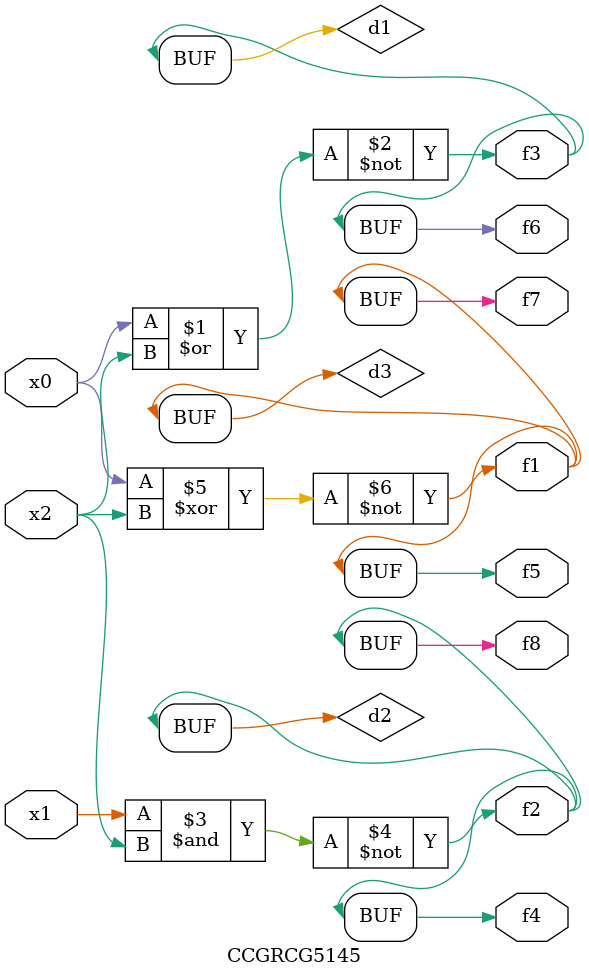
<source format=v>
module CCGRCG5145(
	input x0, x1, x2,
	output f1, f2, f3, f4, f5, f6, f7, f8
);

	wire d1, d2, d3;

	nor (d1, x0, x2);
	nand (d2, x1, x2);
	xnor (d3, x0, x2);
	assign f1 = d3;
	assign f2 = d2;
	assign f3 = d1;
	assign f4 = d2;
	assign f5 = d3;
	assign f6 = d1;
	assign f7 = d3;
	assign f8 = d2;
endmodule

</source>
